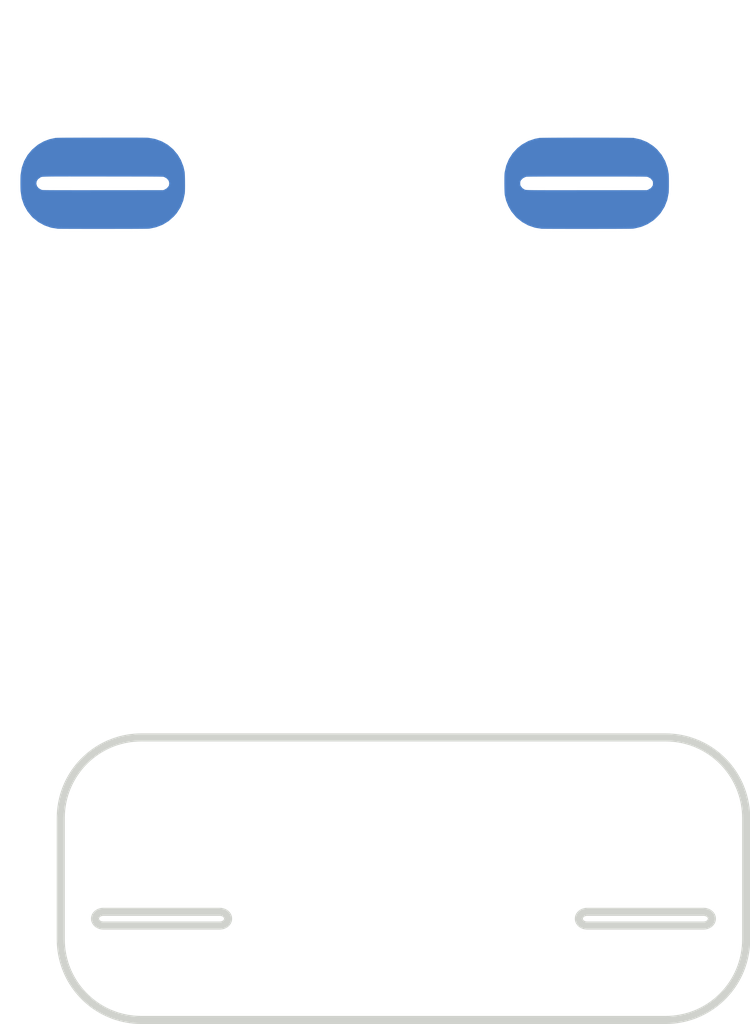
<source format=kicad_pcb>
(kicad_pcb (version 20211014) (generator pcbnew)
  (layers (0 "F.Cu" signal) (31 "B.Cu" signal) (36 "B.SilkS" user "B.Silkscreen") (37 "F.SilkS" user "F.Silkscreen") (38 "B.Mask" user) (39 "F.Mask" user) (44 "Edge.Cuts" user))
  (footprint "Graphics" (layer "F.SilkS") (at 0 0))
  (footprint "Graphics" (layer "F.Mask") (at 0 0))
  (footprint "Graphics" (layer "F.Cu") (at 0 0))
  (footprint "Graphics" (layer "B.Cu") (at 0 0)
    (fp_poly (pts (xy 15.475 16.783) (xy 16.232 16.784) (xy 16.854 16.785) (xy 17.346 16.787) (xy 17.716 16.790) (xy 17.968 16.794) (xy 18.110 16.799) (xy 18.130 16.800) (xy 19.006 16.952) (xy 19.825 17.249) (xy 20.573 17.679) (xy 21.234 18.233) (xy 21.794 18.900) (xy 22.191 19.570) (xy 22.501 20.367) (xy 22.653 21.030) (xy 22.670 21.217) (xy 22.683 21.524) (xy 22.693 21.913) (xy 22.698 22.344) (xy 22.699 22.778) (xy 22.695 23.174) (xy 22.685 23.495) (xy 22.671 23.701) (xy 22.671 23.702) (xy 22.480 24.588) (xy 22.147 25.402) (xy 21.673 26.141) (xy 21.311 26.557) (xy 20.652 27.137) (xy 19.922 27.579) (xy 19.109 27.889) (xy 18.349 28.054) (xy 18.297 28.061) (xy 18.223 28.067) (xy 18.116 28.072) (xy 17.965 28.076) (xy 17.759 28.079) (xy 17.485 28.082) (xy 17.133 28.084) (xy 16.690 28.086) (xy 16.146 28.088) (xy 15.489 28.089) (xy 14.707 28.090) (xy 13.789 28.091) (xy 12.722 28.091) (xy 12.650 28.091) (xy 11.722 28.092) (xy 10.836 28.092) (xy 10.006 28.091) (xy 9.246 28.090) (xy 8.570 28.089) (xy 7.991 28.087) (xy 7.523 28.085) (xy 7.179 28.083) (xy 6.975 28.080) (xy 6.925 28.079) (xy 6.081 27.946) (xy 5.266 27.665) (xy 4.508 27.249) (xy 3.833 26.711) (xy 3.724 26.603) (xy 3.158 25.915) (xy 2.729 25.149) (xy 2.443 24.316) (xy 2.304 23.427) (xy 2.300 23.355) (xy 2.289 23.057) (xy 2.283 22.675) (xy 2.282 22.508) (xy 4.258 22.508) (xy 4.344 22.796) (xy 4.546 23.047) (xy 4.862 23.230) (xy 4.980 23.268) (xy 5.014 23.273) (xy 5.082 23.278) (xy 5.194 23.281) (xy 5.359 23.285) (xy 5.587 23.287) (xy 5.886 23.290) (xy 6.266 23.291) (xy 6.737 23.293) (xy 7.307 23.294) (xy 7.987 23.294) (xy 8.785 23.295) (xy 9.712 23.295) (xy 10.776 23.295) (xy 11.986 23.294) (xy 12.540 23.294) (xy 19.990 23.290) (xy 20.117 23.243) (xy 20.441 23.055) (xy 20.662 22.789) (xy 20.700 22.707) (xy 20.739 22.419) (xy 20.671 22.136) (xy 20.456 21.867) (xy 20.133 21.676) (xy 20.050 21.647) (xy 20.024 21.641) (xy 19.984 21.635) (xy 19.920 21.631) (xy 19.821 21.626) (xy 19.679 21.623) (xy 19.483 21.620) (xy 19.224 21.617) (xy 18.892 21.615) (xy 18.477 21.613) (xy 17.969 21.611) (xy 17.359 21.610) (xy 16.636 21.609) (xy 15.792 21.608) (xy 14.815 21.607) (xy 13.698 21.606) (xy 12.580 21.605) (xy 11.309 21.604) (xy 10.188 21.603) (xy 9.207 21.603) (xy 8.358 21.602) (xy 7.629 21.603) (xy 7.012 21.604) (xy 6.497 21.605) (xy 6.073 21.608) (xy 5.731 21.612) (xy 5.463 21.618) (xy 5.256 21.625) (xy 5.103 21.633) (xy 4.993 21.643) (xy 4.917 21.656) (xy 4.864 21.670) (xy 4.826 21.686) (xy 4.792 21.705) (xy 4.752 21.727) (xy 4.748 21.729) (xy 4.455 21.944) (xy 4.294 22.214) (xy 4.258 22.508) (xy 2.282 22.508) (xy 2.282 22.261) (xy 2.285 21.868) (xy 2.293 21.547) (xy 2.301 21.399) (xy 2.449 20.514) (xy 2.742 19.687) (xy 3.173 18.931) (xy 3.734 18.260) (xy 4.418 17.687) (xy 4.515 17.621) (xy 5.176 17.246) (xy 5.886 16.981) (xy 6.590 16.825) (xy 6.639 16.818) (xy 6.711 16.813) (xy 6.817 16.808) (xy 6.969 16.804) (xy 7.177 16.800) (xy 7.453 16.797) (xy 7.809 16.794) (xy 8.256 16.792) (xy 8.805 16.791) (xy 9.468 16.789) (xy 10.256 16.787) (xy 11.180 16.786) (xy 12.252 16.785) (xy 12.330 16.785) (xy 13.530 16.783) (xy 14.576 16.783)) (layer "B.Cu") (width 0.000) (fill solid))
    (fp_poly (pts (xy 73.304 16.787) (xy 74.135 16.788) (xy 74.934 16.790) (xy 75.687 16.792) (xy 76.377 16.794) (xy 76.988 16.797) (xy 77.504 16.801) (xy 77.909 16.806) (xy 78.188 16.811) (xy 78.325 16.816) (xy 78.330 16.817) (xy 79.216 17.012) (xy 80.033 17.350) (xy 80.773 17.827) (xy 81.240 18.240) (xy 81.812 18.922) (xy 82.248 19.687) (xy 82.545 20.526) (xy 82.683 21.280) (xy 82.696 21.482) (xy 82.705 21.799) (xy 82.709 22.188) (xy 82.710 22.604) (xy 82.707 23.004) (xy 82.699 23.346) (xy 82.688 23.584) (xy 82.684 23.630) (xy 82.504 24.517) (xy 82.177 25.342) (xy 81.701 26.109) (xy 81.694 26.118) (xy 81.506 26.341) (xy 81.250 26.609) (xy 80.981 26.868) (xy 80.754 27.062) (xy 80.740 27.073) (xy 80.049 27.514) (xy 79.319 27.826) (xy 78.506 28.029) (xy 78.349 28.054) (xy 78.297 28.061) (xy 78.223 28.067) (xy 78.116 28.072) (xy 77.965 28.076) (xy 77.759 28.079) (xy 77.485 28.082) (xy 77.133 28.084) (xy 76.690 28.086) (xy 76.146 28.088) (xy 75.489 28.089) (xy 74.707 28.090) (xy 73.789 28.091) (xy 72.722 28.091) (xy 72.650 28.091) (xy 71.722 28.092) (xy 70.836 28.092) (xy 70.006 28.091) (xy 69.246 28.090) (xy 68.570 28.089) (xy 67.991 28.087) (xy 67.523 28.085) (xy 67.179 28.083) (xy 66.975 28.080) (xy 66.925 28.079) (xy 66.080 27.946) (xy 65.266 27.665) (xy 64.507 27.248) (xy 63.831 26.707) (xy 63.747 26.624) (xy 63.186 25.953) (xy 62.809 25.310) (xy 62.517 24.588) (xy 62.348 23.880) (xy 62.331 23.692) (xy 62.317 23.383) (xy 62.307 22.992) (xy 62.302 22.557) (xy 62.301 22.450) (xy 64.270 22.450) (xy 64.276 22.614) (xy 64.307 22.723) (xy 64.335 22.784) (xy 64.545 23.047) (xy 64.746 23.179) (xy 64.783 23.199) (xy 64.813 23.216) (xy 64.846 23.232) (xy 64.892 23.245) (xy 64.960 23.256) (xy 65.060 23.266) (xy 65.202 23.274) (xy 65.396 23.281) (xy 65.651 23.286) (xy 65.976 23.290) (xy 66.383 23.292) (xy 66.879 23.294) (xy 67.476 23.295) (xy 68.182 23.296) (xy 69.008 23.296) (xy 69.962 23.295) (xy 71.056 23.295) (xy 72.298 23.294) (xy 72.540 23.294) (xy 79.990 23.290) (xy 80.124 23.238) (xy 80.471 23.034) (xy 80.677 22.764) (xy 80.718 22.650) (xy 80.730 22.505) (xy 80.730 22.450) (xy 80.724 22.285) (xy 80.693 22.180) (xy 80.671 22.134) (xy 80.448 21.860) (xy 80.118 21.672) (xy 80.040 21.647) (xy 80.013 21.640) (xy 79.972 21.635) (xy 79.909 21.630) (xy 79.812 21.626) (xy 79.672 21.623) (xy 79.479 21.620) (xy 79.225 21.617) (xy 78.898 21.615) (xy 78.489 21.614) (xy 77.989 21.612) (xy 77.387 21.611) (xy 76.674 21.611) (xy 75.840 21.610) (xy 74.876 21.610) (xy 73.771 21.610) (xy 72.517 21.610) (xy 72.500 21.610) (xy 71.243 21.610) (xy 70.137 21.610) (xy 69.171 21.610) (xy 68.336 21.611) (xy 67.621 21.611) (xy 67.018 21.612) (xy 66.517 21.614) (xy 66.107 21.615) (xy 65.779 21.617) (xy 65.523 21.620) (xy 65.330 21.623) (xy 65.190 21.626) (xy 65.092 21.630) (xy 65.028 21.635) (xy 64.987 21.640) (xy 64.960 21.647) (xy 64.960 21.647) (xy 64.617 21.809) (xy 64.370 22.058) (xy 64.327 22.133) (xy 64.283 22.244) (xy 64.271 22.378) (xy 64.270 22.450) (xy 62.301 22.450) (xy 62.301 22.116) (xy 62.304 21.709) (xy 62.313 21.374) (xy 62.327 21.151) (xy 62.330 21.125) (xy 62.527 20.249) (xy 62.866 19.439) (xy 63.338 18.707) (xy 63.936 18.068) (xy 64.500 17.630) (xy 65.273 17.203) (xy 66.104 16.923) (xy 66.670 16.817) (xy 66.792 16.811) (xy 67.057 16.806) (xy 67.451 16.802) (xy 67.957 16.798) (xy 68.559 16.795) (xy 69.242 16.792) (xy 69.989 16.790) (xy 70.785 16.788) (xy 71.613 16.787) (xy 72.458 16.787)) (layer "B.Cu") (width 0.000) (fill solid))
  )
  (footprint "Graphics" (layer "B.Mask") (at 0 0))
  (footprint "Graphics" (layer "B.SilkS") (at 0 0))
  (gr_poly (pts (xy 17.285 91.087) (xy 17.285 91.087) (xy 16.840 91.096) (xy 16.400 91.125) (xy 15.965 91.172) (xy 15.536 91.238) (xy 15.113 91.321) (xy 14.697 91.422) (xy 14.288 91.540) (xy 13.886 91.675) (xy 13.493 91.826) (xy 13.108 91.992) (xy 12.731 92.175) (xy 12.363 92.372) (xy 12.005 92.584) (xy 11.657 92.810) (xy 11.319 93.050) (xy 10.992 93.304) (xy 10.676 93.570) (xy 10.371 93.850) (xy 10.078 94.141) (xy 9.797 94.445) (xy 9.529 94.760) (xy 9.275 95.086) (xy 9.033 95.423) (xy 8.805 95.770) (xy 8.592 96.127) (xy 8.393 96.494) (xy 8.209 96.869) (xy 8.041 97.254) (xy 7.888 97.647) (xy 7.752 98.047) (xy 7.632 98.455) (xy 7.530 98.871) (xy 7.445 99.293) (xy 7.377 99.721) (xy 7.328 100.155) (xy 7.297 100.595) (xy 7.286 101.040) (xy 7.285 101.087) (xy 7.285 116.087) (xy 7.285 116.087) (xy 7.295 116.532) (xy 7.324 116.973) (xy 7.371 117.408) (xy 7.437 117.837) (xy 7.520 118.259) (xy 7.621 118.675) (xy 7.739 119.084) (xy 7.874 119.486) (xy 8.024 119.879) (xy 8.191 120.265) (xy 8.373 120.641) (xy 8.571 121.009) (xy 8.783 121.367) (xy 9.009 121.715) (xy 9.249 122.053) (xy 9.502 122.380) (xy 9.769 122.696) (xy 10.049 123.001) (xy 10.340 123.294) (xy 10.644 123.575) (xy 10.959 123.843) (xy 11.285 124.098) (xy 11.622 124.339) (xy 11.969 124.567) (xy 12.326 124.780) (xy 12.693 124.979) (xy 13.068 125.163) (xy 13.453 125.331) (xy 13.845 125.484) (xy 14.246 125.620) (xy 14.654 125.740) (xy 15.069 125.842) (xy 15.492 125.928) (xy 15.920 125.995) (xy 16.354 126.044) (xy 16.794 126.075) (xy 17.239 126.087) (xy 17.285 126.087) (xy 82.288 126.087) (xy 82.288 126.087) (xy 82.734 126.077) (xy 83.174 126.048) (xy 83.609 126.001) (xy 84.038 125.935) (xy 84.461 125.852) (xy 84.877 125.751) (xy 85.286 125.633) (xy 85.687 125.499) (xy 86.081 125.348) (xy 86.466 125.181) (xy 86.843 124.999) (xy 87.210 124.801) (xy 87.568 124.590) (xy 87.917 124.363) (xy 88.255 124.123) (xy 88.582 123.870) (xy 88.898 123.603) (xy 89.203 123.324) (xy 89.496 123.032) (xy 89.776 122.728) (xy 90.044 122.413) (xy 90.299 122.087) (xy 90.541 121.750) (xy 90.769 121.403) (xy 90.982 121.046) (xy 91.181 120.680) (xy 91.365 120.304) (xy 91.533 119.920) (xy 91.685 119.527) (xy 91.822 119.126) (xy 91.941 118.718) (xy 92.044 118.303) (xy 92.129 117.881) (xy 92.197 117.452) (xy 92.246 117.018) (xy 92.277 116.578) (xy 92.288 116.133) (xy 92.288 116.087) (xy 92.288 101.087) (xy 92.288 101.087) (xy 92.279 100.641) (xy 92.250 100.201) (xy 92.203 99.766) (xy 92.137 99.337) (xy 92.054 98.914) (xy 91.953 98.498) (xy 91.835 98.089) (xy 91.700 97.688) (xy 91.549 97.294) (xy 91.383 96.909) (xy 91.200 96.532) (xy 91.003 96.165) (xy 90.791 95.807) (xy 90.565 95.458) (xy 90.325 95.121) (xy 90.071 94.793) (xy 89.805 94.477) (xy 89.525 94.172) (xy 89.234 93.879) (xy 88.930 93.599) (xy 88.615 93.331) (xy 88.289 93.076) (xy 87.952 92.834) (xy 87.605 92.607) (xy 87.248 92.393) (xy 86.881 92.194) (xy 86.506 92.011) (xy 86.121 91.842) (xy 85.729 91.690) (xy 85.328 91.553) (xy 84.920 91.434) (xy 84.504 91.331) (xy 84.082 91.246) (xy 83.654 91.178) (xy 83.220 91.129) (xy 82.780 91.098) (xy 82.335 91.087) (xy 82.288 91.087)) (layer "Edge.Cuts") (width 1.000) (fill none))
  (gr_poly (pts (xy 12.567 112.691) (xy 27.004 112.691) (xy 27.004 112.691) (xy 27.146 112.699) (xy 27.282 112.722) (xy 27.411 112.759) (xy 27.531 112.810) (xy 27.641 112.872) (xy 27.741 112.945) (xy 27.828 113.028) (xy 27.901 113.120) (xy 27.960 113.220) (xy 28.003 113.327) (xy 28.028 113.440) (xy 28.035 113.541) (xy 28.035 113.541) (xy 28.026 113.658) (xy 27.998 113.770) (xy 27.953 113.876) (xy 27.892 113.975) (xy 27.816 114.066) (xy 27.728 114.148) (xy 27.627 114.220) (xy 27.515 114.281) (xy 27.393 114.329) (xy 27.264 114.364) (xy 27.127 114.385) (xy 27.004 114.391) (xy 12.567 114.391) (xy 12.567 114.391) (xy 12.425 114.383) (xy 12.289 114.360) (xy 12.160 114.323) (xy 12.040 114.273) (xy 11.930 114.211) (xy 11.830 114.137) (xy 11.743 114.054) (xy 11.670 113.962) (xy 11.611 113.862) (xy 11.568 113.755) (xy 11.543 113.642) (xy 11.535 113.541) (xy 11.535 113.541) (xy 11.545 113.424) (xy 11.573 113.312) (xy 11.618 113.206) (xy 11.679 113.107) (xy 11.754 113.016) (xy 11.843 112.934) (xy 11.944 112.863) (xy 12.056 112.802) (xy 12.178 112.753) (xy 12.307 112.718) (xy 12.444 112.697) (xy 12.567 112.691)) (layer "Edge.Cuts") (width 1.000) (fill none))
  (gr_poly (pts (xy 72.570 112.691) (xy 87.007 112.691) (xy 87.007 112.691) (xy 87.149 112.699) (xy 87.285 112.722) (xy 87.414 112.759) (xy 87.534 112.810) (xy 87.644 112.872) (xy 87.744 112.945) (xy 87.831 113.028) (xy 87.904 113.120) (xy 87.963 113.220) (xy 88.006 113.327) (xy 88.031 113.440) (xy 88.038 113.541) (xy 88.038 113.541) (xy 88.029 113.658) (xy 88.001 113.770) (xy 87.956 113.876) (xy 87.895 113.975) (xy 87.819 114.066) (xy 87.731 114.148) (xy 87.630 114.220) (xy 87.518 114.281) (xy 87.396 114.329) (xy 87.267 114.364) (xy 87.130 114.385) (xy 87.007 114.391) (xy 72.570 114.391) (xy 72.570 114.391) (xy 72.428 114.383) (xy 72.292 114.360) (xy 72.163 114.323) (xy 72.043 114.273) (xy 71.933 114.211) (xy 71.833 114.137) (xy 71.746 114.054) (xy 71.673 113.962) (xy 71.614 113.862) (xy 71.571 113.755) (xy 71.546 113.642) (xy 71.538 113.541) (xy 71.538 113.541) (xy 71.548 113.424) (xy 71.576 113.312) (xy 71.621 113.206) (xy 71.682 113.107) (xy 71.757 113.016) (xy 71.846 112.934) (xy 71.947 112.863) (xy 72.059 112.802) (xy 72.181 112.753) (xy 72.310 112.718) (xy 72.447 112.697) (xy 72.570 112.691)) (layer "Edge.Cuts") (width 1.000) (fill none))
)
</source>
